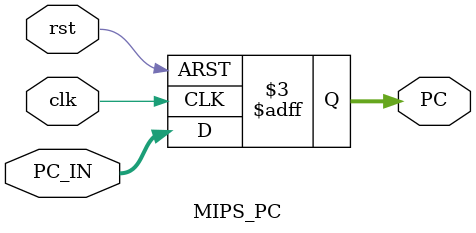
<source format=v>
module MIPS_PC (
    input wire [31:0] PC_IN,
    input wire clk,rst,
    output reg [31:0] PC
);
    
    always @(posedge clk or negedge rst) begin
        if(!rst)
        begin
            PC <= 'b0;
        end
        else
        begin
            PC <= PC_IN;
        end
    end
    
endmodule
</source>
